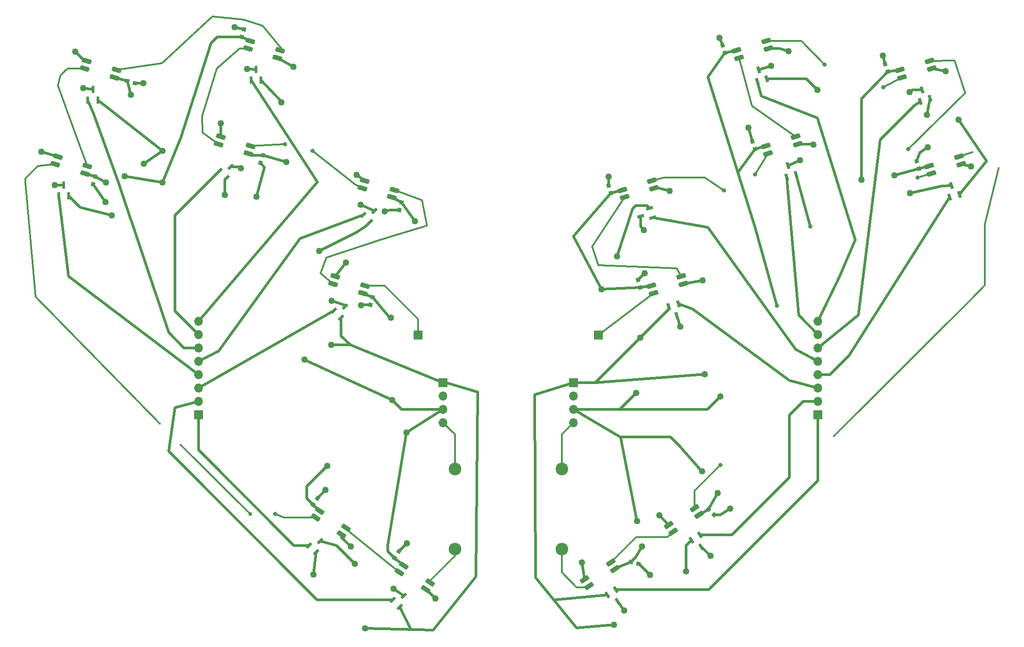
<source format=gbl>
G04 #@! TF.GenerationSoftware,KiCad,Pcbnew,(6.0.10)*
G04 #@! TF.CreationDate,2023-07-09T19:41:39+01:00*
G04 #@! TF.ProjectId,magnetonekeys,6d61676e-6574-46f6-9e65-6b6579732e6b,rev?*
G04 #@! TF.SameCoordinates,Original*
G04 #@! TF.FileFunction,Copper,L2,Bot*
G04 #@! TF.FilePolarity,Positive*
%FSLAX46Y46*%
G04 Gerber Fmt 4.6, Leading zero omitted, Abs format (unit mm)*
G04 Created by KiCad (PCBNEW (6.0.10)) date 2023-07-09 19:41:39*
%MOMM*%
%LPD*%
G01*
G04 APERTURE LIST*
G04 Aperture macros list*
%AMRoundRect*
0 Rectangle with rounded corners*
0 $1 Rounding radius*
0 $2 $3 $4 $5 $6 $7 $8 $9 X,Y pos of 4 corners*
0 Add a 4 corners polygon primitive as box body*
4,1,4,$2,$3,$4,$5,$6,$7,$8,$9,$2,$3,0*
0 Add four circle primitives for the rounded corners*
1,1,$1+$1,$2,$3*
1,1,$1+$1,$4,$5*
1,1,$1+$1,$6,$7*
1,1,$1+$1,$8,$9*
0 Add four rect primitives between the rounded corners*
20,1,$1+$1,$2,$3,$4,$5,0*
20,1,$1+$1,$4,$5,$6,$7,0*
20,1,$1+$1,$6,$7,$8,$9,0*
20,1,$1+$1,$8,$9,$2,$3,0*%
%AMRotRect*
0 Rectangle, with rotation*
0 The origin of the aperture is its center*
0 $1 length*
0 $2 width*
0 $3 Rotation angle, in degrees counterclockwise*
0 Add horizontal line*
21,1,$1,$2,0,0,$3*%
G04 Aperture macros list end*
G04 #@! TA.AperFunction,SMDPad,CuDef*
%ADD10RoundRect,0.039200X-0.254558X-0.595101X0.595101X0.254558X0.254558X0.595101X-0.595101X-0.254558X0*%
G04 #@! TD*
G04 #@! TA.AperFunction,SMDPad,CuDef*
%ADD11RoundRect,0.225000X0.443559X0.556332X-0.688646X-0.178930X-0.443559X-0.556332X0.688646X0.178930X0*%
G04 #@! TD*
G04 #@! TA.AperFunction,ComponentPad*
%ADD12R,1.700000X1.700000*%
G04 #@! TD*
G04 #@! TA.AperFunction,ComponentPad*
%ADD13O,1.700000X1.700000*%
G04 #@! TD*
G04 #@! TA.AperFunction,SMDPad,CuDef*
%ADD14RoundRect,0.225000X-0.579722X-0.412519X0.711289X-0.017818X0.579722X0.412519X-0.711289X0.017818X0*%
G04 #@! TD*
G04 #@! TA.AperFunction,SMDPad,CuDef*
%ADD15RoundRect,0.225000X-0.688646X0.178930X0.443559X-0.556332X0.688646X-0.178930X-0.443559X0.556332X0*%
G04 #@! TD*
G04 #@! TA.AperFunction,SMDPad,CuDef*
%ADD16RoundRect,0.225000X-0.711289X-0.017818X0.579722X-0.412519X0.711289X0.017818X-0.579722X0.412519X0*%
G04 #@! TD*
G04 #@! TA.AperFunction,SMDPad,CuDef*
%ADD17RoundRect,0.225000X0.711289X0.017818X-0.579722X0.412519X-0.711289X-0.017818X0.579722X-0.412519X0*%
G04 #@! TD*
G04 #@! TA.AperFunction,SMDPad,CuDef*
%ADD18RotRect,0.800000X0.750000X56.000000*%
G04 #@! TD*
G04 #@! TA.AperFunction,SMDPad,CuDef*
%ADD19RotRect,0.800000X0.750000X253.000000*%
G04 #@! TD*
G04 #@! TA.AperFunction,SMDPad,CuDef*
%ADD20RoundRect,0.039200X0.405935X-0.504145X0.054621X0.644951X-0.405935X0.504145X-0.054621X-0.644951X0*%
G04 #@! TD*
G04 #@! TA.AperFunction,SMDPad,CuDef*
%ADD21RoundRect,0.039200X-0.405935X0.504145X-0.054621X-0.644951X0.405935X-0.504145X0.054621X0.644951X0*%
G04 #@! TD*
G04 #@! TA.AperFunction,SMDPad,CuDef*
%ADD22RotRect,0.800000X0.750000X73.000000*%
G04 #@! TD*
G04 #@! TA.AperFunction,SMDPad,CuDef*
%ADD23RotRect,0.800000X0.750000X343.000000*%
G04 #@! TD*
G04 #@! TA.AperFunction,SMDPad,CuDef*
%ADD24RotRect,0.800000X0.750000X107.000000*%
G04 #@! TD*
G04 #@! TA.AperFunction,SMDPad,CuDef*
%ADD25RotRect,0.800000X0.750000X316.000000*%
G04 #@! TD*
G04 #@! TA.AperFunction,SMDPad,CuDef*
%ADD26RoundRect,0.039200X-0.529171X0.372724X0.125267X-0.635022X0.529171X-0.372724X-0.125267X0.635022X0*%
G04 #@! TD*
G04 #@! TA.AperFunction,ComponentPad*
%ADD27C,2.400000*%
G04 #@! TD*
G04 #@! TA.AperFunction,ComponentPad*
%ADD28O,2.400000X2.400000*%
G04 #@! TD*
G04 #@! TA.AperFunction,SMDPad,CuDef*
%ADD29RoundRect,0.039200X0.240800X-0.600800X0.240800X0.600800X-0.240800X0.600800X-0.240800X-0.600800X0*%
G04 #@! TD*
G04 #@! TA.AperFunction,SMDPad,CuDef*
%ADD30RoundRect,0.039200X0.504145X0.405935X-0.644951X0.054621X-0.504145X-0.405935X0.644951X-0.054621X0*%
G04 #@! TD*
G04 #@! TA.AperFunction,SMDPad,CuDef*
%ADD31RotRect,0.800000X0.750000X348.000000*%
G04 #@! TD*
G04 #@! TA.AperFunction,ViaPad*
%ADD32C,1.250000*%
G04 #@! TD*
G04 #@! TA.AperFunction,ViaPad*
%ADD33C,0.800000*%
G04 #@! TD*
G04 #@! TA.AperFunction,ViaPad*
%ADD34C,0.450000*%
G04 #@! TD*
G04 #@! TA.AperFunction,ViaPad*
%ADD35C,0.750000*%
G04 #@! TD*
G04 #@! TA.AperFunction,Conductor*
%ADD36C,0.500000*%
G04 #@! TD*
G04 #@! TA.AperFunction,Conductor*
%ADD37C,0.300000*%
G04 #@! TD*
G04 APERTURE END LIST*
D10*
X133512975Y-145862356D03*
X132169472Y-144518853D03*
X134290792Y-143741036D03*
D11*
X174418849Y-138676266D03*
X173601891Y-137418260D03*
X168653734Y-140631631D03*
X169470693Y-141889637D03*
D12*
X141730816Y-103174481D03*
D13*
X141730816Y-105714481D03*
X141730816Y-108254481D03*
X141730816Y-110794481D03*
D14*
X181355270Y-84708118D03*
X181793827Y-86142575D03*
X187436026Y-84417582D03*
X186997468Y-82983125D03*
D12*
X166496350Y-103174481D03*
D13*
X166496350Y-105714481D03*
X166496350Y-108254481D03*
X166496350Y-110794481D03*
D12*
X213010000Y-109276261D03*
D13*
X213010000Y-106736261D03*
X213010000Y-104196261D03*
X213010000Y-101656261D03*
X213010000Y-99116261D03*
X213010000Y-96576261D03*
X213010000Y-94036261D03*
X213010000Y-91496261D03*
D11*
X190395524Y-128300894D03*
X189578566Y-127042888D03*
X184630409Y-130256259D03*
X185447368Y-131514265D03*
D15*
X118290501Y-127594311D03*
X117473543Y-128852317D03*
X122421699Y-132065688D03*
X123238658Y-130807682D03*
D12*
X136968312Y-94115721D03*
X171258854Y-94115721D03*
D16*
X105042650Y-38193391D03*
X104604092Y-39627848D03*
X110246291Y-41352841D03*
X110684848Y-39918384D03*
D17*
X79206762Y-45143390D03*
X79645319Y-43708933D03*
X74003121Y-41983940D03*
X73564563Y-43418397D03*
X126360819Y-66199976D03*
X126799377Y-64765519D03*
X132441575Y-66490512D03*
X132003018Y-67924969D03*
D15*
X134267175Y-137969685D03*
X133450217Y-139227691D03*
X138398373Y-142441062D03*
X139215332Y-141183056D03*
D17*
X104676610Y-59570447D03*
X105115167Y-58135990D03*
X99472969Y-56410997D03*
X99034411Y-57845454D03*
D14*
X175785591Y-66490512D03*
X176224148Y-67924969D03*
X181866347Y-66199976D03*
X181427789Y-64765519D03*
D17*
X126433339Y-86142575D03*
X126871896Y-84708118D03*
X121229698Y-82983125D03*
X120791140Y-84417582D03*
D14*
X197542318Y-39918384D03*
X197980875Y-41352841D03*
X203623074Y-39627848D03*
X203184516Y-38193391D03*
X228581847Y-43708933D03*
X229020404Y-45143390D03*
X234662603Y-43418397D03*
X234224045Y-41983940D03*
X234151528Y-61926539D03*
X234590085Y-63360996D03*
X240232284Y-61636003D03*
X239793726Y-60201546D03*
X203111999Y-58135990D03*
X203550556Y-59570447D03*
X209192755Y-57845454D03*
X208754197Y-56410997D03*
D17*
X73637081Y-63360996D03*
X74075638Y-61926539D03*
X68433440Y-60201546D03*
X67994882Y-61636003D03*
D18*
X117804645Y-125164472D03*
X116965855Y-126408028D03*
D19*
X75157775Y-65459984D03*
X75596333Y-64025526D03*
D20*
X234315644Y-49124152D03*
X232498664Y-49679658D03*
X232807792Y-47441481D03*
D21*
X184672725Y-88718419D03*
X186489705Y-88162913D03*
X186180577Y-90401090D03*
D22*
X103842990Y-35932944D03*
X103404432Y-37367402D03*
D20*
X203276115Y-45333603D03*
X201459135Y-45889109D03*
X201768263Y-43650932D03*
X208845796Y-63551209D03*
X207028816Y-64106715D03*
X207337944Y-61868538D03*
D23*
X83099354Y-46233654D03*
X81664896Y-45795096D03*
D24*
X173201548Y-65654052D03*
X173640106Y-67088510D03*
D25*
X193229627Y-128331430D03*
X192150617Y-127289442D03*
D24*
X225808371Y-42558761D03*
X226246929Y-43993219D03*
D19*
X133402221Y-70372229D03*
X133840779Y-68937771D03*
D10*
X128640733Y-70478488D03*
X126519413Y-71256305D03*
X127862916Y-72599808D03*
D26*
X172948066Y-143572165D03*
X174541540Y-142537351D03*
X174861313Y-144774032D03*
D27*
X143953750Y-119595011D03*
D28*
X143953750Y-134835011D03*
D24*
X200585946Y-57319670D03*
X201024504Y-58754128D03*
X178778644Y-83635358D03*
X179217202Y-85069816D03*
D19*
X127881596Y-88403479D03*
X128320154Y-86969021D03*
D13*
X95217166Y-91496261D03*
X95217166Y-94036261D03*
X95217166Y-96576261D03*
X95217166Y-99116261D03*
X95217166Y-101656261D03*
X95217166Y-104196261D03*
X95217166Y-106736261D03*
D12*
X95217166Y-109276261D03*
D19*
X107027280Y-61340712D03*
X107465838Y-59906254D03*
D29*
X76069693Y-49446693D03*
X74169693Y-49446693D03*
X75119693Y-47396693D03*
D30*
X181013676Y-69995101D03*
X181569182Y-71812081D03*
X179331005Y-71502953D03*
D20*
X239885325Y-67341758D03*
X238068345Y-67897264D03*
X238377473Y-65659087D03*
D10*
X122293237Y-90817414D03*
X120949734Y-89473911D03*
X123071054Y-88696094D03*
D31*
X178913024Y-137624055D03*
X177445802Y-137312187D03*
D27*
X164273750Y-119595011D03*
D28*
X164273750Y-134835011D03*
D24*
X231761501Y-61013464D03*
X232200059Y-62447922D03*
X194852095Y-38986883D03*
X195290653Y-40421341D03*
D29*
X70500012Y-67664299D03*
X68600012Y-67664299D03*
X69550012Y-65614299D03*
D10*
X100536508Y-64245286D03*
X99193005Y-62901783D03*
X101314325Y-62123966D03*
D18*
X133282762Y-135264985D03*
X132443972Y-136508541D03*
D26*
X188924741Y-133196793D03*
X190518215Y-132161979D03*
X190837988Y-134398660D03*
D10*
X117536301Y-135486982D03*
X116192798Y-134143479D03*
X118314118Y-133365662D03*
D29*
X107109222Y-45656144D03*
X105209222Y-45656144D03*
X106159222Y-43606144D03*
D32*
X77619625Y-65064375D03*
X81191500Y-63873750D03*
X171864004Y-85430754D03*
X131840147Y-90846772D03*
X115344580Y-98776920D03*
X193920750Y-124156250D03*
X221305125Y-64625000D03*
X134769625Y-112689375D03*
X119699625Y-118988750D03*
X132049625Y-106458750D03*
X194476061Y-105783855D03*
X190951375Y-120015625D03*
X82330250Y-48443125D03*
X88335250Y-65064375D03*
X178442625Y-105106250D03*
X179593236Y-134358879D03*
D33*
X205191695Y-88519778D03*
D32*
X136339117Y-72467383D03*
X111931500Y-61165000D03*
X227530631Y-63706756D03*
X178582725Y-129504275D03*
X124963375Y-137665625D03*
X123253750Y-80326875D03*
X99450250Y-53823125D03*
X130630250Y-70633125D03*
X126060250Y-69303125D03*
X67890250Y-65623125D03*
X225342795Y-40958580D03*
X140300250Y-144213125D03*
X65360250Y-59273125D03*
X77510250Y-68823125D03*
X242111375Y-62045625D03*
X181058250Y-139733125D03*
X209591375Y-60815625D03*
X176162689Y-146557936D03*
X194268250Y-37563125D03*
X180041375Y-82395625D03*
X168123750Y-137356875D03*
X207378250Y-40133125D03*
X126140250Y-88433125D03*
X103288847Y-62364528D03*
X212168250Y-57873125D03*
X125293750Y-63676875D03*
X237271375Y-43935625D03*
X184788250Y-66723125D03*
X84710250Y-46243125D03*
X196291375Y-127125625D03*
X230495125Y-67119375D03*
X132323375Y-142415625D03*
X113283375Y-43075625D03*
X204110471Y-42914721D03*
X182828250Y-128443125D03*
X199758250Y-54653125D03*
X120553750Y-87616875D03*
X192598250Y-136153125D03*
X124150250Y-134363125D03*
X119390250Y-123603125D03*
X73315890Y-47107485D03*
X233901375Y-58385625D03*
X104422049Y-43524924D03*
X102050250Y-35503125D03*
X191108250Y-83743125D03*
X106250250Y-67803125D03*
X230418548Y-47893423D03*
X71760250Y-40173125D03*
X186838250Y-92563125D03*
X134850250Y-133733125D03*
X173168250Y-63963125D03*
X179908250Y-74113125D03*
D33*
X214263750Y-42635011D03*
X225449689Y-46933133D03*
X230173750Y-58775011D03*
X231963750Y-64185011D03*
X194476061Y-118880741D03*
D34*
X247348250Y-62373125D03*
X216042064Y-113388189D03*
X242401375Y-59333125D03*
D32*
X126849625Y-149926875D03*
X100241500Y-67445625D03*
X179199278Y-94674263D03*
X187927618Y-139121383D03*
X78740875Y-71376875D03*
X174235419Y-149241704D03*
X88335250Y-59111250D03*
X110950875Y-49846875D03*
X117079625Y-139688750D03*
X212916244Y-47457701D03*
X233766719Y-52205685D03*
X191499496Y-101616664D03*
X120482125Y-96020625D03*
X84776095Y-61505220D03*
X174802874Y-79131275D03*
X118163539Y-78098586D03*
D33*
X211591310Y-73488125D03*
D32*
X239758250Y-53183125D03*
D33*
X195088726Y-66578462D03*
X201041856Y-63601897D03*
X116910250Y-59111250D03*
X111681500Y-57815000D03*
D34*
X91842750Y-115006250D03*
X87842750Y-111006250D03*
D33*
X109766500Y-128167500D03*
D35*
X105004000Y-128167500D03*
D36*
X174869157Y-144774032D02*
X174861313Y-144774032D01*
X176162689Y-146557936D02*
X174869157Y-144774032D01*
X168653734Y-140488609D02*
X168653734Y-140631631D01*
X168123750Y-137356875D02*
X168653734Y-140488609D01*
X120553750Y-87616875D02*
X123071054Y-88433929D01*
X123071054Y-88433929D02*
X123071054Y-88696094D01*
X121229698Y-82983125D02*
X123253750Y-80326875D01*
X125293750Y-63676875D02*
X126799377Y-64765519D01*
X119699625Y-118988750D02*
X115779625Y-122908750D01*
X141730816Y-108254481D02*
X133845356Y-108254481D01*
X192150617Y-127289442D02*
X190395524Y-128300894D01*
X173640106Y-67088510D02*
X175785591Y-66490512D01*
X75596333Y-64025526D02*
X73637081Y-63360996D01*
X133840779Y-68937771D02*
X132003018Y-67924969D01*
X190911375Y-120015625D02*
X190951375Y-120015625D01*
X227530631Y-63706756D02*
X232200059Y-62447922D01*
X126433339Y-86142575D02*
X128320154Y-86969021D01*
X133845356Y-108254481D02*
X132049625Y-106458750D01*
X192094809Y-45061929D02*
X195290653Y-40421341D01*
X174418849Y-138676266D02*
X174569045Y-138526070D01*
X179217202Y-85069816D02*
X171864004Y-85430754D01*
X192005435Y-108254481D02*
X194476061Y-105783855D01*
X171864004Y-85430754D02*
X166536375Y-75340625D01*
X131765699Y-91056909D02*
X128320154Y-86969021D01*
X107465838Y-59906254D02*
X105012417Y-59906254D01*
X201024504Y-58754128D02*
X203111999Y-58135990D01*
X131197750Y-135262319D02*
X132443972Y-136508541D01*
X98788689Y-37367402D02*
X103404432Y-37367402D01*
X197764457Y-63204801D02*
X201024504Y-58754128D01*
X184951053Y-113522924D02*
X175426045Y-113522924D01*
X91825013Y-56647888D02*
X97572858Y-38583233D01*
X226246929Y-43993219D02*
X228581847Y-43708933D01*
X175294394Y-108254481D02*
X192005435Y-108254481D01*
X166496350Y-108254481D02*
X175426045Y-113522924D01*
X186736992Y-115308863D02*
X184951053Y-113522924D01*
X174569045Y-138526070D02*
X177445802Y-137312187D01*
X111931500Y-61165000D02*
X107465838Y-59906254D01*
X131765699Y-91056909D02*
X131765699Y-90921220D01*
X193920750Y-124156250D02*
X192150617Y-127289442D01*
X103404432Y-37367402D02*
X105042650Y-38193391D01*
X131765699Y-90921220D02*
X131840147Y-90846772D01*
X131197750Y-134120625D02*
X131197750Y-135262319D01*
X205191695Y-88519778D02*
X201024504Y-73636953D01*
X82330250Y-48443125D02*
X81664896Y-45795096D01*
X195290653Y-40421341D02*
X197542318Y-39918384D01*
X134769625Y-112689375D02*
X131197750Y-134120625D01*
X118290501Y-127594311D02*
X118152138Y-127594311D01*
X221305125Y-64625000D02*
X221305125Y-49146875D01*
X115779625Y-122908750D02*
X115779625Y-125221798D01*
X166496350Y-108254481D02*
X175294394Y-108254481D01*
X201024504Y-73636953D02*
X192094809Y-45061929D01*
X179593236Y-134358879D02*
X178402610Y-136355379D01*
X115344580Y-98776920D02*
X115464455Y-98832045D01*
X190911375Y-120015625D02*
X186736992Y-115308863D01*
X77619625Y-65064375D02*
X75596333Y-64025526D01*
X115464455Y-98832045D02*
X132049625Y-106458750D01*
X118152138Y-127594311D02*
X116965855Y-126408028D01*
X136339117Y-72467383D02*
X133840779Y-68937771D01*
X115464455Y-98832045D02*
X115409330Y-98776920D01*
X178541375Y-129305625D02*
X175518217Y-113615096D01*
X105012417Y-59906254D02*
X104676610Y-59570447D01*
X175294394Y-108254481D02*
X178442625Y-105106250D01*
X88335250Y-65064375D02*
X81191500Y-63873750D01*
X179217202Y-85069816D02*
X181355270Y-84708118D01*
X178402610Y-136355379D02*
X177445802Y-137312187D01*
X132443972Y-136508541D02*
X134267175Y-137969685D01*
X226246929Y-43993219D02*
X221305125Y-49146875D01*
X166536375Y-75340625D02*
X173640106Y-67088510D01*
X234151528Y-61926539D02*
X232200059Y-62447922D01*
X88335250Y-65064375D02*
X91825013Y-56647888D01*
X97572858Y-38583233D02*
X98788689Y-37367402D01*
X115409330Y-98776920D02*
X115344580Y-98776920D01*
X141730816Y-108254481D02*
X134769625Y-112689375D01*
X79206762Y-45143390D02*
X81664896Y-45795096D01*
X115779625Y-125221798D02*
X116965855Y-126408028D01*
X205712973Y-39627848D02*
X203623074Y-39627848D01*
X179331005Y-73445880D02*
X179331005Y-71502953D01*
X232381375Y-59445625D02*
X231761501Y-61013464D01*
X102991091Y-62123966D02*
X101314325Y-62123966D01*
X207378250Y-40133125D02*
X205712973Y-39627848D01*
X121483375Y-134165625D02*
X118314118Y-133365662D01*
X122421699Y-132065688D02*
X122421699Y-132634574D01*
X240341128Y-61636003D02*
X240232284Y-61636003D01*
X173201548Y-63996423D02*
X173168250Y-63963125D01*
X107750250Y-62253125D02*
X107027280Y-61340712D01*
X124963375Y-137665625D02*
X121483375Y-134165625D01*
X75157775Y-65459984D02*
X77500250Y-68833125D01*
X194852095Y-38986883D02*
X194338250Y-37713125D01*
X191128250Y-83723125D02*
X191108250Y-83743125D01*
X200585946Y-57319670D02*
X199768250Y-54623125D01*
X199758250Y-54633125D02*
X199758250Y-54653125D01*
X184630409Y-130256259D02*
X184630409Y-130245284D01*
X230418548Y-47893423D02*
X230939894Y-47441481D01*
X242111375Y-62045625D02*
X240341128Y-61636003D01*
X194439945Y-128331430D02*
X193229627Y-128331430D01*
X84700779Y-46233654D02*
X84710250Y-46243125D01*
X122421699Y-132634574D02*
X124150250Y-134363125D01*
X190843785Y-134398660D02*
X192598250Y-136153125D01*
X184788250Y-66723125D02*
X182835101Y-66199976D01*
X212140579Y-57845454D02*
X212168250Y-57873125D01*
X103842990Y-35932944D02*
X102050250Y-35503125D01*
X201768263Y-43650932D02*
X204110471Y-42914721D01*
X194338250Y-37633125D02*
X194268250Y-37563125D01*
X133282762Y-135264985D02*
X133318390Y-135264985D01*
X130630250Y-70633125D02*
X131631146Y-70372229D01*
X117828903Y-125164472D02*
X119390250Y-123603125D01*
X234662603Y-43437478D02*
X234662603Y-43418397D01*
X190837988Y-134398660D02*
X190843785Y-134398660D01*
X67890250Y-65623125D02*
X69550012Y-65614299D01*
X178778644Y-83635358D02*
X180018377Y-82395625D01*
X186180577Y-90401090D02*
X186838250Y-92563125D01*
X236578250Y-65793125D02*
X238377473Y-65659087D01*
X83099354Y-46233654D02*
X84700779Y-46233654D01*
X237271375Y-43935625D02*
X234662603Y-43437478D01*
X74003121Y-41983940D02*
X73571065Y-41983940D01*
X73571065Y-41983940D02*
X71760250Y-40173125D01*
X99472969Y-53845844D02*
X99450250Y-53823125D01*
X179908250Y-74113125D02*
X179331005Y-73445880D01*
X110246291Y-41379166D02*
X110246291Y-41352841D01*
X207442837Y-61868538D02*
X207337944Y-61868538D01*
X230939894Y-47441481D02*
X232807792Y-47441481D01*
X113283375Y-43075625D02*
X110246291Y-41379166D01*
X180018377Y-82395625D02*
X180041375Y-82395625D01*
X184630409Y-130245284D02*
X182828250Y-128443125D01*
X178949180Y-137624055D02*
X181058250Y-139733125D01*
X126169896Y-88403479D02*
X126140250Y-88433125D01*
X103288847Y-62364528D02*
X102991091Y-62123966D01*
X104422049Y-43524924D02*
X106159222Y-43606144D01*
X199768250Y-54623125D02*
X199758250Y-54633125D01*
X225808371Y-42558761D02*
X225342795Y-40958580D01*
X187436026Y-84417582D02*
X191128250Y-83723125D01*
X230495125Y-67119375D02*
X236578250Y-65793125D01*
X138528187Y-142441062D02*
X140300250Y-144213125D01*
X99472969Y-56410997D02*
X99472969Y-53845844D01*
X106250250Y-67803125D02*
X107750250Y-62253125D01*
X131631146Y-70372229D02*
X133402221Y-70372229D01*
X132323375Y-142415625D02*
X134290792Y-143741036D01*
X138398373Y-142441062D02*
X138528187Y-142441062D01*
X127881596Y-88403479D02*
X126169896Y-88403479D01*
X68433440Y-60201546D02*
X65360250Y-59273125D01*
X117804645Y-125164472D02*
X117828903Y-125164472D01*
X194338250Y-37713125D02*
X194338250Y-37633125D01*
X173201548Y-65654052D02*
X173201548Y-63996423D01*
X209591375Y-60815625D02*
X207442837Y-61868538D01*
X133318390Y-135264985D02*
X134850250Y-133733125D01*
X75119693Y-47396693D02*
X73315890Y-47107485D01*
X178913024Y-137624055D02*
X178949180Y-137624055D01*
X182835101Y-66199976D02*
X181866347Y-66199976D01*
X77500250Y-68833125D02*
X77510250Y-68823125D01*
X209192755Y-57845454D02*
X212140579Y-57845454D01*
X196291375Y-127125625D02*
X194439945Y-128331430D01*
X126060250Y-69303125D02*
X128640733Y-70478488D01*
X233901375Y-58385625D02*
X232381375Y-59445625D01*
D37*
X141730816Y-110794481D02*
X143953750Y-113017415D01*
X164273750Y-113017081D02*
X164273750Y-119595011D01*
X166496350Y-110794481D02*
X164273750Y-113017081D01*
X143953750Y-113017415D02*
X143953750Y-119595011D01*
D36*
X99050875Y-97211250D02*
X95217166Y-99116261D01*
X208763573Y-96854160D02*
X213010000Y-99116261D01*
X181569182Y-71812081D02*
X192094809Y-73636953D01*
X192094809Y-73636953D02*
X208763573Y-96854160D01*
X126519413Y-71256305D02*
X114529000Y-75780000D01*
X114529000Y-75780000D02*
X99050875Y-97211250D01*
X189118244Y-89115091D02*
X207572947Y-102807290D01*
X186489705Y-88162913D02*
X189118244Y-89115091D01*
X120949734Y-89473911D02*
X95217166Y-104196261D01*
X207572947Y-102807290D02*
X213010000Y-104196261D01*
X220074520Y-76018205D02*
X217097955Y-83161961D01*
X212930764Y-52800998D02*
X220074520Y-76018205D01*
X201459135Y-45889109D02*
X202215130Y-48633807D01*
X117861500Y-65025000D02*
X95217166Y-91496261D01*
X217097955Y-83161961D02*
X213010000Y-91496261D01*
X105209222Y-45656144D02*
X117861500Y-65025000D01*
X202215130Y-48633807D02*
X212930764Y-52800998D01*
X209358886Y-90305717D02*
X213010000Y-94036261D01*
X207028816Y-64106715D02*
X209358886Y-90305717D01*
X99193005Y-62901783D02*
X90716500Y-71378288D01*
X90716500Y-89535595D02*
X95217166Y-94036261D01*
X90716500Y-71378288D02*
X90716500Y-89535595D01*
X92462761Y-96576261D02*
X95217166Y-96576261D01*
X89525875Y-93639375D02*
X92462761Y-96576261D01*
X224837024Y-56968189D02*
X220669833Y-90305717D01*
X232498664Y-49679658D02*
X231385467Y-50419746D01*
X80000875Y-65064375D02*
X89525875Y-93639375D01*
X231385467Y-50419746D02*
X224837024Y-56968189D01*
X74169693Y-49446693D02*
X75238375Y-51967500D01*
X220669833Y-90305717D02*
X213010000Y-96576261D01*
X75238375Y-51967500D02*
X80000875Y-65064375D01*
X70475875Y-82923750D02*
X68600012Y-67664299D01*
X218883894Y-98044786D02*
X215272419Y-101656261D01*
X95217166Y-101656261D02*
X70475875Y-82923750D01*
X215272419Y-101656261D02*
X213010000Y-101656261D01*
X238068345Y-67897264D02*
X218883894Y-98044786D01*
X113361229Y-134143479D02*
X95217166Y-115999416D01*
X95217166Y-115999416D02*
X95217166Y-109276261D01*
X192250719Y-142537351D02*
X213010000Y-121778070D01*
X116192798Y-134143479D02*
X113361229Y-134143479D01*
X213010000Y-121778070D02*
X213010000Y-109276261D01*
X174541540Y-142537351D02*
X192250719Y-142537351D01*
X89525875Y-116261250D02*
X90716500Y-107926875D01*
X207572947Y-121261993D02*
X207572947Y-109355733D01*
X210192419Y-106736261D02*
X213010000Y-106736261D01*
X190518215Y-132161979D02*
X196672961Y-132161979D01*
X207572947Y-109355733D02*
X210192419Y-106736261D01*
X90716500Y-107926875D02*
X95217166Y-106736261D01*
X132169472Y-144518853D02*
X117783478Y-144518853D01*
X117783478Y-144518853D02*
X89525875Y-116261250D01*
X196672961Y-132161979D02*
X207572947Y-121261993D01*
D37*
X181793827Y-86142575D02*
X171258854Y-94115721D01*
X176224148Y-67924969D02*
X170085580Y-77294096D01*
X171276206Y-80865974D02*
X186159031Y-81461287D01*
X186159031Y-81461287D02*
X186997468Y-82983125D01*
X170085580Y-77294096D02*
X171276206Y-80865974D01*
X136968312Y-91075562D02*
X130600868Y-84708118D01*
X130600868Y-84708118D02*
X126871896Y-84708118D01*
X136968312Y-94115721D02*
X136968312Y-91075562D01*
X200446543Y-50505011D02*
X208754197Y-56410997D01*
X197980875Y-41352841D02*
X200446543Y-50505011D01*
X214263750Y-42635011D02*
X209822130Y-38193391D01*
X229020404Y-45143390D02*
X225449689Y-46933133D01*
X209822130Y-38193391D02*
X203184516Y-38193391D01*
X230173750Y-58775011D02*
X241053750Y-48035011D01*
X241053750Y-48035011D02*
X239003750Y-41915011D01*
X239003750Y-41915011D02*
X234224045Y-41983940D01*
X234590085Y-63360996D02*
X231963750Y-64185011D01*
X189578566Y-123778236D02*
X194476061Y-118880741D01*
X247348250Y-62373125D02*
X244782625Y-73072500D01*
X242401375Y-59333125D02*
X239793726Y-60201546D01*
X189578566Y-127042888D02*
X189578566Y-123778236D01*
X242101101Y-87329152D02*
X216042064Y-113388189D01*
X242101101Y-87329152D02*
X244782625Y-84647628D01*
X244782625Y-84647628D02*
X244782625Y-73072500D01*
X173601891Y-137418260D02*
X178447211Y-132572940D01*
X184388693Y-132572940D02*
X185447368Y-131514265D01*
X178447211Y-132572940D02*
X184388693Y-132572940D01*
X164273750Y-139280035D02*
X167091663Y-142097948D01*
X169262382Y-142097948D02*
X169470693Y-141889637D01*
X164273750Y-134835011D02*
X164273750Y-139280035D01*
X167091663Y-142097948D02*
X169262382Y-142097948D01*
D36*
X159352594Y-140312009D02*
X167091663Y-149837017D01*
X187927618Y-139121383D02*
X187927618Y-134193916D01*
X100241500Y-67445625D02*
X100241500Y-64540294D01*
X78740875Y-71376875D02*
X72662588Y-69826875D01*
X110950875Y-49846875D02*
X110950875Y-49716875D01*
X142305356Y-103174481D02*
X141730816Y-103174481D01*
X133512975Y-145862356D02*
X135550250Y-150023125D01*
X233766719Y-52205685D02*
X234315644Y-49124152D01*
X180488337Y-69469762D02*
X181013676Y-69995101D01*
X110950875Y-49716875D02*
X107109222Y-45656144D01*
X174802874Y-79131275D02*
X177807297Y-70065075D01*
X147949625Y-140128750D02*
X148320250Y-104983125D01*
X211591310Y-73488125D02*
X208845796Y-63551209D01*
X166496350Y-103174481D02*
X159118250Y-105443125D01*
X167091663Y-149837017D02*
X174235419Y-149241704D01*
X117079625Y-139688750D02*
X117536301Y-135486982D01*
X159118250Y-105443125D02*
X159352594Y-140312009D01*
X166496350Y-103174481D02*
X170699059Y-103174481D01*
X120482125Y-96020625D02*
X124054000Y-96020625D01*
X141730816Y-103174481D02*
X124054000Y-96020625D01*
X178402610Y-69469762D02*
X180488337Y-69469762D01*
X88335250Y-59111250D02*
X84776095Y-61505220D01*
X100241500Y-64540294D02*
X100536508Y-64245286D01*
X170699059Y-103174481D02*
X191499496Y-101616664D01*
X76069693Y-49446693D02*
X88335250Y-59111250D01*
X177807297Y-70065075D02*
X178402610Y-69469762D01*
X172948066Y-143572165D02*
X162924472Y-144479200D01*
X187927618Y-134193916D02*
X188924741Y-133196793D01*
X179199278Y-94674263D02*
X184672725Y-89200815D01*
X124054000Y-96020625D02*
X122293237Y-94259862D01*
X139810250Y-150293125D02*
X147949625Y-140128750D01*
X212916244Y-47457701D02*
X210792146Y-45333603D01*
X184672725Y-89200815D02*
X184672725Y-88718419D01*
X239758250Y-53183125D02*
X245117625Y-61053125D01*
X210792146Y-45333603D02*
X203276115Y-45333603D01*
X126849625Y-149926875D02*
X139810250Y-150293125D01*
X170699059Y-103174481D02*
X179199278Y-94674263D01*
X122293237Y-94259862D02*
X122293237Y-90817414D01*
X245117625Y-61053125D02*
X239885325Y-67341758D01*
X148320250Y-104983125D02*
X142305356Y-103174481D01*
X125244625Y-74589375D02*
X118163539Y-78098586D01*
X127063974Y-73398750D02*
X125244625Y-74589375D01*
X127862916Y-72599808D02*
X127063974Y-73398750D01*
X72662588Y-69826875D02*
X70500012Y-67664299D01*
D37*
X195088726Y-66578462D02*
X191516848Y-64197210D01*
X183777779Y-64197210D02*
X181427789Y-64765519D01*
X191516848Y-64197210D02*
X183777779Y-64197210D01*
X203550556Y-59570447D02*
X201041856Y-63601897D01*
X139215332Y-140865543D02*
X139215332Y-141183056D01*
X143953750Y-134835011D02*
X143953750Y-136127125D01*
X143953750Y-136127125D02*
X139215332Y-140865543D01*
X126360819Y-66199976D02*
X124940250Y-65423125D01*
X124940250Y-65423125D02*
X116910250Y-59111250D01*
X111681500Y-57815000D02*
X105115167Y-58135990D01*
X118441500Y-82405000D02*
X120791140Y-84417582D01*
X137751500Y-68465000D02*
X138671500Y-73285000D01*
X129780250Y-76003125D02*
X119561500Y-79375000D01*
X119561500Y-79375000D02*
X118441500Y-82405000D01*
X138671500Y-73285000D02*
X129780250Y-76003125D01*
X132441575Y-66490512D02*
X137751500Y-68465000D01*
X98661500Y-43405000D02*
X95911500Y-52465000D01*
X95911500Y-52465000D02*
X95991500Y-55585000D01*
X103016118Y-39627848D02*
X98661500Y-43405000D01*
X95991500Y-55585000D02*
X99034411Y-57845454D01*
X104604092Y-39627848D02*
X103016118Y-39627848D01*
X88259442Y-42442500D02*
X97810250Y-33483125D01*
X107385250Y-35298750D02*
X110957125Y-39646107D01*
X79645319Y-43708933D02*
X88259442Y-42442500D01*
X103813375Y-34108125D02*
X107385250Y-35298750D01*
X97810250Y-33483125D02*
X103813375Y-34108125D01*
X110957125Y-39646107D02*
X110684848Y-39918384D01*
X68470250Y-46603125D02*
X68970250Y-44693125D01*
X68970250Y-44693125D02*
X70294978Y-43418397D01*
X74075638Y-61926539D02*
X71666500Y-55539375D01*
X70294978Y-43418397D02*
X73564563Y-43418397D01*
X71666500Y-55539375D02*
X68470250Y-46603125D01*
X91842750Y-115006250D02*
X105004000Y-128167500D01*
X64670250Y-61923125D02*
X62250250Y-64343125D01*
X67994882Y-61636003D02*
X64670250Y-61923125D01*
X62250250Y-64343125D02*
X62250250Y-65053125D01*
X64216697Y-86823750D02*
X87842750Y-111006250D01*
X109766500Y-128167500D02*
X111462933Y-128852317D01*
X62250250Y-65053125D02*
X64216697Y-86823750D01*
X111462933Y-128852317D02*
X117473543Y-128852317D01*
X133450217Y-139227691D02*
X124054000Y-131739375D01*
X124054000Y-131739375D02*
X123238658Y-130807682D01*
M02*

</source>
